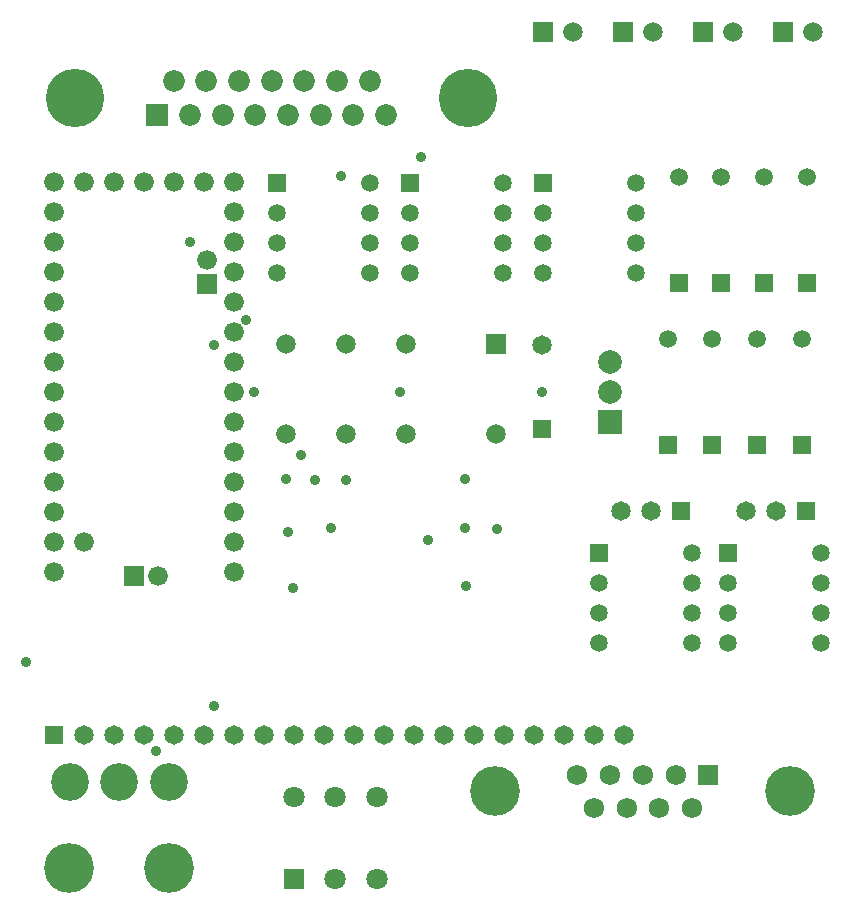
<source format=gbr>
%TF.GenerationSoftware,Altium Limited,Altium Designer,23.6.0 (18)*%
G04 Layer_Color=16711935*
%FSLAX26Y26*%
%MOIN*%
%TF.SameCoordinates,9B35E0B2-5C19-4761-B797-B6A5D59CF105*%
%TF.FilePolarity,Negative*%
%TF.FileFunction,Soldermask,Bot*%
%TF.Part,Single*%
G01*
G75*
%TA.AperFunction,ComponentPad*%
%ADD51C,0.079134*%
%ADD52R,0.079134X0.079134*%
%ADD53C,0.165906*%
%ADD54C,0.125906*%
%ADD55R,0.070866X0.070866*%
%ADD56C,0.070866*%
%ADD57R,0.059055X0.059055*%
%ADD58C,0.059055*%
%ADD59C,0.065906*%
%ADD60R,0.065906X0.065906*%
%ADD61R,0.065906X0.065906*%
%ADD62C,0.058583*%
%ADD63R,0.058583X0.058583*%
%ADD64C,0.165984*%
%ADD65C,0.067913*%
%ADD66R,0.067913X0.067913*%
%ADD67C,0.065276*%
%ADD68R,0.065276X0.065276*%
%ADD69R,0.064961X0.064961*%
%ADD70C,0.064961*%
%ADD71R,0.064961X0.064961*%
%ADD72C,0.072441*%
%ADD73C,0.194882*%
%ADD74R,0.072441X0.072441*%
%TA.AperFunction,ViaPad*%
%ADD75C,0.035906*%
D51*
X8892000Y3294000D02*
D03*
Y3394000D02*
D03*
D52*
Y3194000D02*
D03*
D53*
X7090000Y1705000D02*
D03*
X7421000D02*
D03*
D54*
X7090500Y1992000D02*
D03*
X7255500D02*
D03*
X7420500D02*
D03*
D55*
X7838204Y1668410D02*
D03*
D56*
Y1944000D02*
D03*
X7976000D02*
D03*
X8113796Y1668410D02*
D03*
X7976000D02*
D03*
X8113796Y1944000D02*
D03*
D57*
X9084000Y3114834D02*
D03*
X9121000Y3655834D02*
D03*
X9233000Y3114834D02*
D03*
X9263000Y3655834D02*
D03*
X9382000Y3114834D02*
D03*
X9405000Y3655834D02*
D03*
X9531000Y3114834D02*
D03*
X9547000Y3655834D02*
D03*
D58*
X9084000Y3469166D02*
D03*
X9121000Y4010166D02*
D03*
X9233000Y3469164D02*
D03*
X9263000Y4010166D02*
D03*
X9382000Y3469166D02*
D03*
X9405000Y4010166D02*
D03*
X9531000Y3469166D02*
D03*
X9547000Y4010166D02*
D03*
D59*
X7040000Y3094000D02*
D03*
Y3194000D02*
D03*
Y2794000D02*
D03*
Y2994000D02*
D03*
Y2894000D02*
D03*
Y3394000D02*
D03*
Y3294000D02*
D03*
Y2694000D02*
D03*
X7140000Y2794000D02*
D03*
X7040000Y3594000D02*
D03*
Y3694000D02*
D03*
Y3494000D02*
D03*
Y3894000D02*
D03*
Y3994000D02*
D03*
Y3794000D02*
D03*
X7140000Y3994000D02*
D03*
X7240000D02*
D03*
X7385000Y2679000D02*
D03*
X7640000Y2994000D02*
D03*
Y2694000D02*
D03*
Y2894000D02*
D03*
Y2794000D02*
D03*
Y3094000D02*
D03*
Y3294000D02*
D03*
Y3194000D02*
D03*
X7550000Y3734000D02*
D03*
X7340000Y3994000D02*
D03*
X7440000D02*
D03*
X7540000D02*
D03*
X7640000Y3494000D02*
D03*
Y3394000D02*
D03*
Y3994000D02*
D03*
Y3894000D02*
D03*
Y3594000D02*
D03*
Y3794000D02*
D03*
Y3694000D02*
D03*
D60*
X7305000Y2679000D02*
D03*
D61*
X7550000Y3654000D02*
D03*
D62*
X7783000Y3888240D02*
D03*
Y3788240D02*
D03*
Y3688240D02*
D03*
X8093000Y3988240D02*
D03*
Y3688240D02*
D03*
Y3888240D02*
D03*
Y3788240D02*
D03*
X8225298Y3888240D02*
D03*
Y3788240D02*
D03*
Y3688240D02*
D03*
X8535298Y3988240D02*
D03*
Y3688240D02*
D03*
Y3888240D02*
D03*
Y3788240D02*
D03*
X8667596Y3888240D02*
D03*
Y3788240D02*
D03*
Y3688240D02*
D03*
X8977596Y3988240D02*
D03*
Y3688240D02*
D03*
Y3888240D02*
D03*
Y3788240D02*
D03*
X8856000Y2656000D02*
D03*
Y2556000D02*
D03*
Y2456000D02*
D03*
X9166000Y2756000D02*
D03*
Y2456000D02*
D03*
Y2656000D02*
D03*
Y2556000D02*
D03*
X9286000Y2656000D02*
D03*
Y2556000D02*
D03*
Y2456000D02*
D03*
X9596000Y2756000D02*
D03*
Y2456000D02*
D03*
Y2656000D02*
D03*
Y2556000D02*
D03*
D63*
X7783000Y3988240D02*
D03*
X8225298D02*
D03*
X8667596D02*
D03*
X8856000Y2756000D02*
D03*
X9286000D02*
D03*
D64*
X9493512Y1961190D02*
D03*
X8509654D02*
D03*
D65*
X8838000Y1905284D02*
D03*
X8947056D02*
D03*
X9056110D02*
D03*
X9165166D02*
D03*
X8783472Y2017094D02*
D03*
X8892528D02*
D03*
X9001582D02*
D03*
X9110638D02*
D03*
D66*
X9219692D02*
D03*
D67*
X9301334Y4494000D02*
D03*
X9035666D02*
D03*
X8770000D02*
D03*
X9567000D02*
D03*
X7812000Y3451080D02*
D03*
Y3151080D02*
D03*
X8212000D02*
D03*
Y3451080D02*
D03*
X8512000Y3151080D02*
D03*
X8012000Y3451080D02*
D03*
Y3151080D02*
D03*
D68*
X9201334Y4494000D02*
D03*
X8935666D02*
D03*
X8670000D02*
D03*
X9467000D02*
D03*
X8512000Y3451080D02*
D03*
D69*
X8665000Y3168236D02*
D03*
D70*
Y3447764D02*
D03*
X9027000Y2895000D02*
D03*
X8927000D02*
D03*
X9444000D02*
D03*
X9344000D02*
D03*
X8937000Y2149000D02*
D03*
X8837000D02*
D03*
X8737000D02*
D03*
X8637000D02*
D03*
X8537000D02*
D03*
X8437000D02*
D03*
X8337000D02*
D03*
X8237000D02*
D03*
X8137000D02*
D03*
X8037000D02*
D03*
X7937000D02*
D03*
X7837000D02*
D03*
X7737000D02*
D03*
X7637000D02*
D03*
X7537000D02*
D03*
X7437000D02*
D03*
X7337000D02*
D03*
X7237000D02*
D03*
X7137000D02*
D03*
D71*
X9127000Y2895000D02*
D03*
X9544000D02*
D03*
X7037000Y2149000D02*
D03*
D72*
X7545944Y4328000D02*
D03*
X7818582Y4216188D02*
D03*
X7600472D02*
D03*
X7709526D02*
D03*
X8145746D02*
D03*
X8091220Y4328000D02*
D03*
X8036692Y4216188D02*
D03*
X7982164Y4328000D02*
D03*
X7927638Y4216188D02*
D03*
X7873110Y4328000D02*
D03*
X7764054D02*
D03*
X7655000D02*
D03*
X7491416Y4216188D02*
D03*
X7436890Y4328000D02*
D03*
D73*
X8419960Y4272094D02*
D03*
X7108148D02*
D03*
D74*
X7382362Y4216188D02*
D03*
D75*
X8407000Y3004000D02*
D03*
X7910000Y2999000D02*
D03*
X8411000Y2647000D02*
D03*
X8285000Y2801000D02*
D03*
X8410000Y2838000D02*
D03*
X8516000Y2837000D02*
D03*
X7962000Y2841000D02*
D03*
X7820000Y2827000D02*
D03*
X8011000Y3000000D02*
D03*
X7811000Y3002000D02*
D03*
X8262000Y4077000D02*
D03*
X8665000Y3294000D02*
D03*
X7680000Y3534000D02*
D03*
X7705000Y3293000D02*
D03*
X8192000D02*
D03*
X7834000Y2641000D02*
D03*
X7492000Y3794000D02*
D03*
X7377000Y2096500D02*
D03*
X6944000Y2394000D02*
D03*
X7572000Y3448000D02*
D03*
Y2247000D02*
D03*
X7995000Y4013000D02*
D03*
X7861000Y3081500D02*
D03*
%TF.MD5,dfedb019476c578415b8950391faadac*%
M02*

</source>
